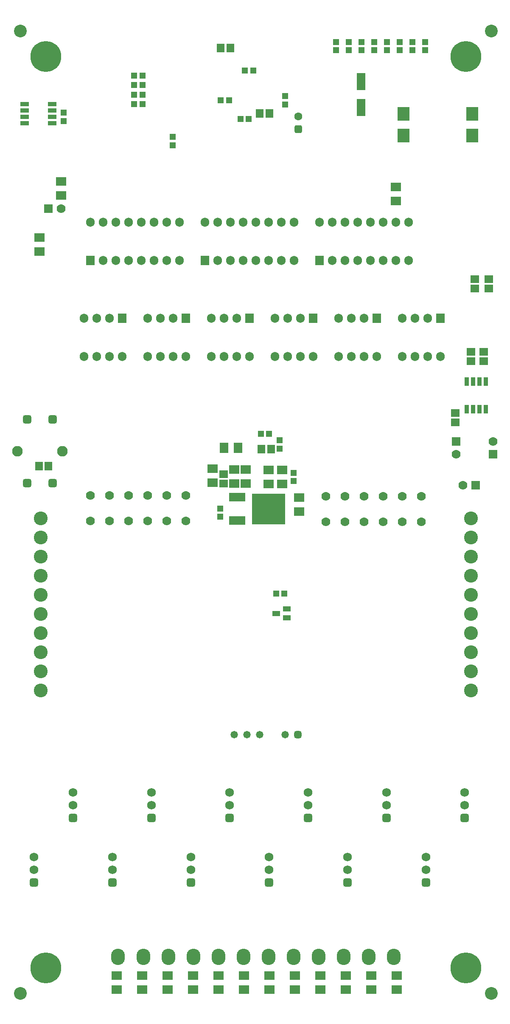
<source format=gbs>
%FSLAX25Y25*%
%MOIN*%
G70*
G01*
G75*
G04 Layer_Color=16711935*
%ADD10R,0.09000X0.06500*%
%ADD11R,0.07000X0.08000*%
%ADD12R,0.05906X0.05118*%
%ADD13R,0.12500X0.06000*%
%ADD14R,0.06000X0.12500*%
%ADD15R,0.05600X0.03600*%
%ADD16R,0.06299X0.07087*%
%ADD17R,0.10630X0.07087*%
%ADD18R,0.04331X0.03937*%
%ADD19R,0.05118X0.05906*%
%ADD20C,0.05000*%
%ADD21R,0.07087X0.06299*%
%ADD22R,0.03937X0.04331*%
%ADD23R,0.06000X0.08500*%
%ADD24R,0.01181X0.05118*%
%ADD25R,0.07087X0.08661*%
%ADD26O,0.01181X0.07087*%
%ADD27O,0.07087X0.01181*%
%ADD28R,0.14500X0.05000*%
%ADD29R,0.10000X0.07000*%
%ADD30R,0.20000X0.07000*%
%ADD31R,0.06000X0.05500*%
%ADD32C,0.00800*%
%ADD33C,0.01000*%
%ADD34C,0.05000*%
%ADD35C,0.02000*%
%ADD36C,0.08000*%
%ADD37C,0.02500*%
%ADD38C,0.01200*%
%ADD39C,0.13000*%
%ADD40C,0.10000*%
%ADD41C,0.06000*%
G04:AMPARAMS|DCode=42|XSize=60mil|YSize=60mil|CornerRadius=15mil|HoleSize=0mil|Usage=FLASHONLY|Rotation=90.000|XOffset=0mil|YOffset=0mil|HoleType=Round|Shape=RoundedRectangle|*
%AMROUNDEDRECTD42*
21,1,0.06000,0.03000,0,0,90.0*
21,1,0.03000,0.06000,0,0,90.0*
1,1,0.03000,0.01500,0.01500*
1,1,0.03000,0.01500,-0.01500*
1,1,0.03000,-0.01500,-0.01500*
1,1,0.03000,-0.01500,0.01500*
%
%ADD42ROUNDEDRECTD42*%
%ADD43R,0.06200X0.06200*%
%ADD44C,0.06200*%
%ADD45O,0.06000X0.06400*%
%ADD46R,0.06000X0.06400*%
%ADD47O,0.10000X0.12000*%
%ADD48C,0.23400*%
%ADD49R,0.06200X0.06200*%
%ADD50C,0.10000*%
%ADD51C,0.07500*%
G04:AMPARAMS|DCode=52|XSize=50mil|YSize=50mil|CornerRadius=12.5mil|HoleSize=0mil|Usage=FLASHONLY|Rotation=180.000|XOffset=0mil|YOffset=0mil|HoleType=Round|Shape=RoundedRectangle|*
%AMROUNDEDRECTD52*
21,1,0.05000,0.02500,0,0,180.0*
21,1,0.02500,0.05000,0,0,180.0*
1,1,0.02500,-0.01250,0.01250*
1,1,0.02500,0.01250,0.01250*
1,1,0.02500,0.01250,-0.01250*
1,1,0.02500,-0.01250,-0.01250*
%
%ADD52ROUNDEDRECTD52*%
%ADD53C,0.05500*%
G04:AMPARAMS|DCode=54|XSize=55mil|YSize=55mil|CornerRadius=13.75mil|HoleSize=0mil|Usage=FLASHONLY|Rotation=180.000|XOffset=0mil|YOffset=0mil|HoleType=Round|Shape=RoundedRectangle|*
%AMROUNDEDRECTD54*
21,1,0.05500,0.02750,0,0,180.0*
21,1,0.02750,0.05500,0,0,180.0*
1,1,0.02750,-0.01375,0.01375*
1,1,0.02750,0.01375,0.01375*
1,1,0.02750,0.01375,-0.01375*
1,1,0.02750,-0.01375,-0.01375*
%
%ADD54ROUNDEDRECTD54*%
%ADD55C,0.03000*%
%ADD56C,0.08000*%
%ADD57R,0.09000X0.10000*%
%ADD58R,0.06000X0.02500*%
%ADD59R,0.02500X0.06000*%
%ADD60R,0.11800X0.06300*%
%ADD61R,0.25590X0.23622*%
%ADD62C,0.03000*%
%ADD63C,0.02362*%
%ADD64C,0.00984*%
%ADD65C,0.00500*%
%ADD66C,0.01500*%
%ADD67C,0.00699*%
%ADD68C,0.00787*%
%ADD69C,0.01600*%
%ADD70R,0.19000X0.55500*%
%ADD71R,0.06000X0.06000*%
%ADD72P,0.09051X4X180.0*%
%ADD73O,0.10200X0.12200*%
%ADD74P,0.09051X4X90.0*%
%ADD75C,0.05106*%
G04:AMPARAMS|DCode=76|XSize=51.06mil|YSize=51.06mil|CornerRadius=12.77mil|HoleSize=0mil|Usage=FLASHONLY|Rotation=0.000|XOffset=0mil|YOffset=0mil|HoleType=Round|Shape=RoundedRectangle|*
%AMROUNDEDRECTD76*
21,1,0.05106,0.02553,0,0,0.0*
21,1,0.02553,0.05106,0,0,0.0*
1,1,0.02553,0.01277,-0.01277*
1,1,0.02553,-0.01277,-0.01277*
1,1,0.02553,-0.01277,0.01277*
1,1,0.02553,0.01277,0.01277*
%
%ADD76ROUNDEDRECTD76*%
%ADD77R,0.06890X0.08465*%
%ADD78R,0.09800X0.07300*%
%ADD79R,0.07800X0.08800*%
%ADD80R,0.06706X0.05918*%
%ADD81R,0.13300X0.06800*%
%ADD82R,0.06800X0.13300*%
%ADD83R,0.06400X0.04400*%
%ADD84R,0.07099X0.07887*%
%ADD85R,0.11430X0.07887*%
%ADD86R,0.05131X0.04737*%
%ADD87R,0.05918X0.06706*%
%ADD88R,0.07887X0.07099*%
%ADD89R,0.04737X0.05131*%
%ADD90R,0.06800X0.09300*%
%ADD91R,0.01481X0.05418*%
%ADD92R,0.07874X0.09449*%
%ADD93O,0.01481X0.07387*%
%ADD94O,0.07387X0.01481*%
%ADD95R,0.15300X0.05800*%
%ADD96R,0.10800X0.07800*%
%ADD97R,0.20800X0.07800*%
%ADD98R,0.06800X0.06300*%
%ADD99C,0.06800*%
G04:AMPARAMS|DCode=100|XSize=68mil|YSize=68mil|CornerRadius=19mil|HoleSize=0mil|Usage=FLASHONLY|Rotation=90.000|XOffset=0mil|YOffset=0mil|HoleType=Round|Shape=RoundedRectangle|*
%AMROUNDEDRECTD100*
21,1,0.06800,0.03000,0,0,90.0*
21,1,0.03000,0.06800,0,0,90.0*
1,1,0.03800,0.01500,0.01500*
1,1,0.03800,0.01500,-0.01500*
1,1,0.03800,-0.01500,-0.01500*
1,1,0.03800,-0.01500,0.01500*
%
%ADD100ROUNDEDRECTD100*%
%ADD101R,0.07000X0.07000*%
%ADD102C,0.07000*%
%ADD103O,0.06800X0.07200*%
%ADD104R,0.06800X0.07200*%
%ADD105O,0.10800X0.12800*%
%ADD106C,0.24200*%
%ADD107R,0.07000X0.07000*%
%ADD108C,0.10800*%
%ADD109C,0.08300*%
%ADD110C,0.05800*%
G04:AMPARAMS|DCode=111|XSize=58mil|YSize=58mil|CornerRadius=16.5mil|HoleSize=0mil|Usage=FLASHONLY|Rotation=180.000|XOffset=0mil|YOffset=0mil|HoleType=Round|Shape=RoundedRectangle|*
%AMROUNDEDRECTD111*
21,1,0.05800,0.02500,0,0,180.0*
21,1,0.02500,0.05800,0,0,180.0*
1,1,0.03300,-0.01250,0.01250*
1,1,0.03300,0.01250,0.01250*
1,1,0.03300,0.01250,-0.01250*
1,1,0.03300,-0.01250,-0.01250*
%
%ADD111ROUNDEDRECTD111*%
%ADD112C,0.06300*%
G04:AMPARAMS|DCode=113|XSize=63mil|YSize=63mil|CornerRadius=17.75mil|HoleSize=0mil|Usage=FLASHONLY|Rotation=180.000|XOffset=0mil|YOffset=0mil|HoleType=Round|Shape=RoundedRectangle|*
%AMROUNDEDRECTD113*
21,1,0.06300,0.02750,0,0,180.0*
21,1,0.02750,0.06300,0,0,180.0*
1,1,0.03550,-0.01375,0.01375*
1,1,0.03550,0.01375,0.01375*
1,1,0.03550,0.01375,-0.01375*
1,1,0.03550,-0.01375,-0.01375*
%
%ADD113ROUNDEDRECTD113*%
%ADD114R,0.09800X0.10800*%
%ADD115R,0.06800X0.03300*%
%ADD116R,0.03300X0.06800*%
%ADD117R,0.12600X0.07100*%
%ADD118R,0.26391X0.24422*%
G54D50*
X370000Y755000D02*
D03*
X0D02*
D03*
X370000Y0D02*
D03*
X0D02*
D03*
G54D80*
X357000Y552750D02*
D03*
Y560250D02*
D03*
X368000Y552750D02*
D03*
Y560250D02*
D03*
X341500Y455250D02*
D03*
Y447750D02*
D03*
X159500Y399750D02*
D03*
Y407250D02*
D03*
X354000Y495750D02*
D03*
Y503250D02*
D03*
X364000Y495750D02*
D03*
Y503250D02*
D03*
G54D82*
X267500Y715250D02*
D03*
Y694750D02*
D03*
G54D83*
X209250Y301500D02*
D03*
X200750Y298000D02*
D03*
X209250Y294500D02*
D03*
G54D84*
X160000Y428000D02*
D03*
X171000D02*
D03*
G54D86*
X207250Y313500D02*
D03*
X200750D02*
D03*
X182750Y724000D02*
D03*
X176250D02*
D03*
X163750Y700500D02*
D03*
X157250D02*
D03*
X179250Y686000D02*
D03*
X172750D02*
D03*
X89250Y712500D02*
D03*
X95750D02*
D03*
X89250Y720000D02*
D03*
X95750D02*
D03*
X89250Y705000D02*
D03*
X95750D02*
D03*
X89250Y697500D02*
D03*
X95750D02*
D03*
X195250Y439000D02*
D03*
X188750D02*
D03*
G54D87*
X157250Y741500D02*
D03*
X164750D02*
D03*
X196750Y427000D02*
D03*
X189250D02*
D03*
X14550Y413600D02*
D03*
X22050D02*
D03*
X188050Y690100D02*
D03*
X195550D02*
D03*
G54D88*
X15000Y593000D02*
D03*
Y582000D02*
D03*
X295500Y13900D02*
D03*
Y2900D02*
D03*
X275500Y13900D02*
D03*
Y2900D02*
D03*
X255500Y13900D02*
D03*
Y2900D02*
D03*
X235500Y13900D02*
D03*
Y2900D02*
D03*
X155500Y13900D02*
D03*
Y2900D02*
D03*
X175500Y13900D02*
D03*
Y2900D02*
D03*
X195500Y13900D02*
D03*
Y2900D02*
D03*
X215500Y13900D02*
D03*
Y2900D02*
D03*
X135500Y13900D02*
D03*
Y2900D02*
D03*
X115500Y13900D02*
D03*
Y2900D02*
D03*
X95500Y13900D02*
D03*
Y2900D02*
D03*
X75500Y13900D02*
D03*
Y2900D02*
D03*
X295000Y621500D02*
D03*
Y632500D02*
D03*
X32000Y637000D02*
D03*
Y626000D02*
D03*
X219000Y378000D02*
D03*
Y389000D02*
D03*
X195000Y399500D02*
D03*
Y410500D02*
D03*
X205500Y399500D02*
D03*
Y410500D02*
D03*
X177000Y400000D02*
D03*
Y411000D02*
D03*
X168000Y400000D02*
D03*
Y411000D02*
D03*
X151000Y400500D02*
D03*
Y411500D02*
D03*
G54D89*
X34000Y684250D02*
D03*
Y690750D02*
D03*
X208000Y703750D02*
D03*
Y697250D02*
D03*
X203500Y433750D02*
D03*
Y427250D02*
D03*
X119500Y665250D02*
D03*
Y671750D02*
D03*
X287900Y746250D02*
D03*
Y739750D02*
D03*
X297900Y746250D02*
D03*
Y739750D02*
D03*
X307900Y746250D02*
D03*
Y739750D02*
D03*
X317900Y746250D02*
D03*
Y739750D02*
D03*
X247900Y746250D02*
D03*
Y739750D02*
D03*
X257900Y746250D02*
D03*
Y739750D02*
D03*
X267900Y746250D02*
D03*
Y739750D02*
D03*
X277900Y746250D02*
D03*
Y739750D02*
D03*
X157000Y373750D02*
D03*
Y380250D02*
D03*
X214500Y408250D02*
D03*
Y401750D02*
D03*
G54D99*
X10700Y96800D02*
D03*
Y106800D02*
D03*
X41273Y147700D02*
D03*
Y157700D02*
D03*
X102818Y147700D02*
D03*
Y157700D02*
D03*
X133791Y96800D02*
D03*
Y106800D02*
D03*
X164364Y147700D02*
D03*
Y157700D02*
D03*
X195336Y96800D02*
D03*
Y106800D02*
D03*
X225909Y147700D02*
D03*
Y157700D02*
D03*
X287455Y147700D02*
D03*
Y157700D02*
D03*
X318427Y96800D02*
D03*
Y106800D02*
D03*
X349000Y147700D02*
D03*
Y157700D02*
D03*
X256882Y96800D02*
D03*
Y106800D02*
D03*
X72245Y96800D02*
D03*
Y106800D02*
D03*
G54D100*
X10700Y86800D02*
D03*
X41273Y137700D02*
D03*
X102818D02*
D03*
X133791Y86800D02*
D03*
X164364Y137700D02*
D03*
X195336Y86800D02*
D03*
X225909Y137700D02*
D03*
X287455D02*
D03*
X318427Y86800D02*
D03*
X349000Y137700D02*
D03*
X256882Y86800D02*
D03*
X5300Y400100D02*
D03*
Y450100D02*
D03*
X25300Y400100D02*
D03*
Y450100D02*
D03*
X72245Y86800D02*
D03*
G54D101*
X371400Y423000D02*
D03*
X342200Y433000D02*
D03*
G54D102*
X371400D02*
D03*
X342200Y423000D02*
D03*
X315000Y390000D02*
D03*
Y370000D02*
D03*
X300000D02*
D03*
Y390000D02*
D03*
X285000D02*
D03*
Y370000D02*
D03*
X270000Y390000D02*
D03*
Y370000D02*
D03*
X255000Y390000D02*
D03*
Y370000D02*
D03*
X240000Y390000D02*
D03*
Y370000D02*
D03*
X54800Y370500D02*
D03*
Y390500D02*
D03*
X69800Y370500D02*
D03*
Y390500D02*
D03*
X84800Y370500D02*
D03*
Y390500D02*
D03*
X99800Y370500D02*
D03*
Y390500D02*
D03*
X114800Y370500D02*
D03*
Y390500D02*
D03*
X129800Y370500D02*
D03*
Y390500D02*
D03*
X32000Y615500D02*
D03*
X347700Y398700D02*
D03*
G54D103*
X235000Y605000D02*
D03*
X295000D02*
D03*
X265000D02*
D03*
X295000Y575000D02*
D03*
X265000D02*
D03*
X255000Y605000D02*
D03*
X245000D02*
D03*
X285000D02*
D03*
X275000D02*
D03*
X305000D02*
D03*
X245000Y575000D02*
D03*
X255000D02*
D03*
X285000D02*
D03*
X275000D02*
D03*
X305000D02*
D03*
X145000Y605000D02*
D03*
X205000D02*
D03*
X175000D02*
D03*
X205000Y575000D02*
D03*
X175000D02*
D03*
X165000Y605000D02*
D03*
X155000D02*
D03*
X195000D02*
D03*
X185000D02*
D03*
X215000D02*
D03*
X155000Y575000D02*
D03*
X165000D02*
D03*
X195000D02*
D03*
X185000D02*
D03*
X215000D02*
D03*
X55000Y605000D02*
D03*
X115000D02*
D03*
X85000D02*
D03*
X115000Y575000D02*
D03*
X85000D02*
D03*
X75000Y605000D02*
D03*
X65000D02*
D03*
X105000D02*
D03*
X95000D02*
D03*
X125000D02*
D03*
X65000Y575000D02*
D03*
X75000D02*
D03*
X105000D02*
D03*
X95000D02*
D03*
X125000D02*
D03*
X320000Y499500D02*
D03*
Y529500D02*
D03*
X330000Y499500D02*
D03*
X300000D02*
D03*
X310000D02*
D03*
X300000Y529500D02*
D03*
X310000D02*
D03*
X270000Y499500D02*
D03*
Y529500D02*
D03*
X280000Y499500D02*
D03*
X250000D02*
D03*
X260000D02*
D03*
X250000Y529500D02*
D03*
X260000D02*
D03*
X220000Y499500D02*
D03*
Y529500D02*
D03*
X230000Y499500D02*
D03*
X200000D02*
D03*
X210000D02*
D03*
X200000Y529500D02*
D03*
X210000D02*
D03*
X170000Y499500D02*
D03*
Y529500D02*
D03*
X180000Y499500D02*
D03*
X150000D02*
D03*
X160000D02*
D03*
X150000Y529500D02*
D03*
X160000D02*
D03*
X120000Y499500D02*
D03*
Y529500D02*
D03*
X130000Y499500D02*
D03*
X100000D02*
D03*
X110000D02*
D03*
X100000Y529500D02*
D03*
X110000D02*
D03*
X70000Y499500D02*
D03*
Y529500D02*
D03*
X80000Y499500D02*
D03*
X50000D02*
D03*
X60000D02*
D03*
X50000Y529500D02*
D03*
X60000D02*
D03*
G54D104*
X235000Y575000D02*
D03*
X145000D02*
D03*
X55000D02*
D03*
X330000Y529500D02*
D03*
X280000D02*
D03*
X230000D02*
D03*
X180000D02*
D03*
X130000D02*
D03*
X80000D02*
D03*
G54D105*
X234213Y28400D02*
D03*
X273583D02*
D03*
X293268D02*
D03*
X253898D02*
D03*
X175158D02*
D03*
X116103D02*
D03*
X214528D02*
D03*
X194843D02*
D03*
X155473D02*
D03*
X135787D02*
D03*
X96417D02*
D03*
X76732D02*
D03*
G54D106*
X350000Y735000D02*
D03*
X20000D02*
D03*
X350000Y20000D02*
D03*
X20000D02*
D03*
G54D107*
X22000Y615500D02*
D03*
X357700Y398700D02*
D03*
G54D108*
X16000Y237500D02*
D03*
Y267500D02*
D03*
Y297500D02*
D03*
Y252500D02*
D03*
Y282500D02*
D03*
Y312500D02*
D03*
Y372500D02*
D03*
Y342500D02*
D03*
Y357500D02*
D03*
Y327500D02*
D03*
X354000Y237500D02*
D03*
Y267500D02*
D03*
Y297500D02*
D03*
Y252500D02*
D03*
Y282500D02*
D03*
Y312500D02*
D03*
Y372500D02*
D03*
Y342500D02*
D03*
Y357500D02*
D03*
Y327500D02*
D03*
G54D109*
X-2400Y425100D02*
D03*
X33000D02*
D03*
G54D110*
X168000Y203000D02*
D03*
X178000D02*
D03*
X188000D02*
D03*
X208000D02*
D03*
G54D111*
X218000D02*
D03*
G54D112*
X218300Y687800D02*
D03*
G54D113*
Y677800D02*
D03*
G54D114*
X355000Y690000D02*
D03*
Y673000D02*
D03*
X301000D02*
D03*
Y690000D02*
D03*
G54D115*
X24750Y682500D02*
D03*
Y692500D02*
D03*
Y687500D02*
D03*
X3250Y682500D02*
D03*
Y692500D02*
D03*
Y687500D02*
D03*
X24750Y697500D02*
D03*
X3250D02*
D03*
G54D116*
X365500Y479750D02*
D03*
X355500D02*
D03*
X360500D02*
D03*
X365500Y458250D02*
D03*
X355500D02*
D03*
X360500D02*
D03*
X350500Y479750D02*
D03*
Y458250D02*
D03*
G54D117*
X170197Y389055D02*
D03*
Y370945D02*
D03*
G54D118*
X194803Y380000D02*
D03*
M02*

</source>
